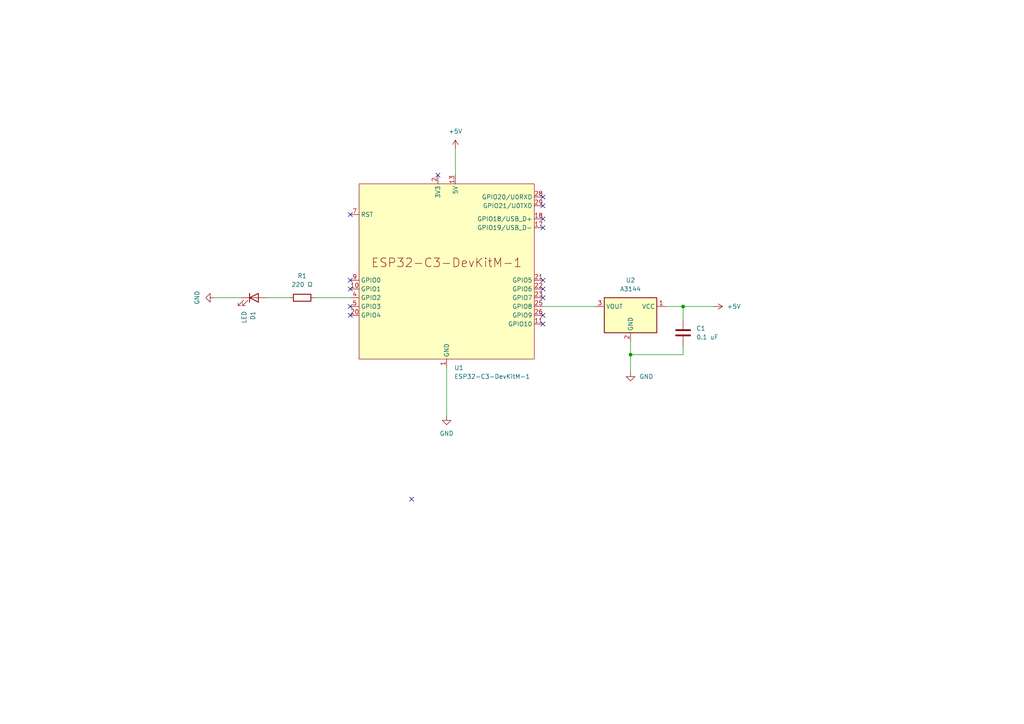
<source format=kicad_sch>
(kicad_sch (version 20230121) (generator eeschema)
  (paper "A4")
  (title_block (title "hall_sensor.rs") (date "2024-02-18") (rev "00") (comment 1 "single hall effect sensor with separately controlled LED"))
  (lib_symbols
    (symbol "Device:C" (pin_numbers hide) (pin_names (offset 0.254))
      (property "Reference" "C" (at 0.635 2.54 0))
      (property "Value" "C" (at 0.635 -2.54 0))
      (symbol "C_0_1"
        (polyline (pts (xy -2.032 -0.762) (xy 2.032 -0.762)) (stroke (width 0.508)))
        (polyline (pts (xy -2.032 0.762) (xy 2.032 0.762)) (stroke (width 0.508)))
      )
      (symbol "C_1_1"
        (pin passive line (at 0 3.81 270) (length 2.794) (name "~") (number "1"))
        (pin passive line (at 0 -3.81 90) (length 2.794) (name "~") (number "2"))
      )
    )
    (symbol "Device:LED" (pin_numbers hide) (pin_names (offset 1.016) hide)
      (property "Reference" "D" (at 0 2.54 0))
      (property "Value" "LED" (at 0 -2.54 0))
      (symbol "LED_0_1"
        (polyline (pts (xy -1.27 -1.27) (xy -1.27 1.27)) (stroke (width 0.254)))
        (polyline (pts (xy -1.27 0) (xy 1.27 0)))
        (polyline (pts (xy 1.27 -1.27) (xy 1.27 1.27) (xy -1.27 0) (xy 1.27 -1.27)) (stroke (width 0.254)))
        (polyline (pts (xy -3.048 -0.762) (xy -4.572 -2.286) (xy -3.81 -2.286) (xy -4.572 -2.286) (xy -4.572 -1.524)))
        (polyline (pts (xy -1.778 -0.762) (xy -3.302 -2.286) (xy -2.54 -2.286) (xy -3.302 -2.286) (xy -3.302 -1.524)))
      )
      (symbol "LED_1_1"
        (pin passive line (at -3.81 0 0) (length 2.54) (name "K") (number "1"))
        (pin passive line (at 3.81 0 180) (length 2.54) (name "A") (number "2"))
      )
    )
    (symbol "Device:R" (pin_numbers hide) (pin_names (offset 0))
      (property "Reference" "R" (at 2.032 0 90))
      (property "Value" "R" (at 0 0 90))
      (symbol "R_0_1"
        (rectangle (start -1.016 -2.54) (end 1.016 2.54) (stroke (width 0.254)))
      )
      (symbol "R_1_1"
        (pin passive line (at 0 3.81 270) (length 1.27) (name "~") (number "1"))
        (pin passive line (at 0 -3.81 90) (length 1.27) (name "~") (number "2"))
      )
    )
    (symbol "PCM_Espressif:ESP32-C3-DevKitM-1"
      (property "Reference" "U" (at -25.4 30.48 0))
      (property "Value" "ESP32-C3-DevKitM-1" (at -25.4 27.94 0))
      (symbol "ESP32-C3-DevKitM-1_0_1"
        (rectangle (start -25.4 25.4) (end 25.4 -25.4) (fill (type background)))
      )
      (symbol "ESP32-C3-DevKitM-1_1_0"
        (text "ESP32-C3-DevKitM-1" (at 0 2.54 0) (effects (font (size 2.54 2.54))))
      )
      (symbol "ESP32-C3-DevKitM-1_1_1"
        (pin passive line (at 0 -27.94 90) (length 2.54) (name "GND") (number "1"))
        (pin bidirectional line (at -27.94 -5.08 0) (length 2.54) (name "GPIO1") (number "10"))
        (pin bidirectional line (at 27.94 -15.24 180) (length 2.54) (name "GPIO10") (number "11"))
        (pin passive line (at 0 -27.94 90) (length 2.54) hide (name "GND") (number "12"))
        (pin power_in line (at 2.54 27.94 270) (length 2.54) (name "5V") (number "13"))
        (pin power_in line (at 2.54 27.94 270) (length 2.54) hide (name "5V") (number "14"))
        (pin passive line (at 0 -27.94 90) (length 2.54) hide (name "GND") (number "15"))
        (pin passive line (at 0 -27.94 90) (length 2.54) hide (name "GND") (number "16"))
        (pin bidirectional line (at 27.94 12.7 180) (length 2.54) (name "GPIO19/USB_D-") (number "17"))
        (pin bidirectional line (at 27.94 15.24 180) (length 2.54) (name "GPIO18/USB_D+") (number "18"))
        (pin passive line (at 0 -27.94 90) (length 2.54) hide (name "GND") (number "19"))
        (pin power_in line (at -2.54 27.94 270) (length 2.54) (name "3V3") (number "2"))
        (pin bidirectional line (at -27.94 -12.7 0) (length 2.54) (name "GPIO4") (number "20"))
        (pin bidirectional line (at 27.94 -2.54 180) (length 2.54) (name "GPIO5") (number "21"))
        (pin bidirectional line (at 27.94 -5.08 180) (length 2.54) (name "GPIO6") (number "22"))
        (pin bidirectional line (at 27.94 -7.62 180) (length 2.54) (name "GPIO7") (number "23"))
        (pin passive line (at 0 -27.94 90) (length 2.54) hide (name "GND") (number "24"))
        (pin bidirectional line (at 27.94 -10.16 180) (length 2.54) (name "GPIO8") (number "25"))
        (pin bidirectional line (at 27.94 -12.7 180) (length 2.54) (name "GPIO9") (number "26"))
        (pin passive line (at 0 -27.94 90) (length 2.54) hide (name "GND") (number "27"))
        (pin bidirectional line (at 27.94 21.59 180) (length 2.54) (name "GPIO20/U0RXD") (number "28"))
        (pin bidirectional line (at 27.94 19.05 180) (length 2.54) (name "GPIO21/U0TXD") (number "29"))
        (pin power_in line (at -2.54 27.94 270) (length 2.54) hide (name "3V3") (number "3"))
        (pin passive line (at 0 -27.94 90) (length 2.54) hide (name "GND") (number "30"))
        (pin bidirectional line (at -27.94 -7.62 0) (length 2.54) (name "GPIO2") (number "4"))
        (pin bidirectional line (at -27.94 -10.16 0) (length 2.54) (name "GPIO3") (number "5"))
        (pin passive line (at 0 -27.94 90) (length 2.54) hide (name "GND") (number "6"))
        (pin output line (at -27.94 16.51 0) (length 2.54) (name "RST") (number "7"))
        (pin passive line (at 0 -27.94 90) (length 2.54) hide (name "GND") (number "8"))
        (pin bidirectional line (at -27.94 -2.54 0) (length 2.54) (name "GPIO0") (number "9"))
      )
    )
    (symbol "custom_symbols:A3144"
      (property "Reference" "U" (at 0 11.43 0))
      (property "Value" "A3144" (at 0 8.89 0))
      (symbol "A3144_0_1"
        (rectangle (start -5.08 7.62) (end 5.08 -7.62) (stroke (width 0.254)) (fill (type background)))
      )
      (symbol "A3144_1_1"
        (pin power_in line (at -2.54 10.16 270) (length 2.54) (name "VCC") (number "1"))
        (pin power_in line (at 7.62 0 180) (length 2.54) (name "GND") (number "2"))
        (pin open_collector line (at -2.54 -10.16 90) (length 2.54) (name "VOUT") (number "3"))
      )
    )
    (symbol "power:+5V" (power) (pin_names (offset 0))
      (property "Value" "+5V" (at 0 3.556 0))
      (symbol "+5V_0_1"
        (polyline (pts (xy -0.762 1.27) (xy 0 2.54)))
        (polyline (pts (xy 0 0) (xy 0 2.54)))
        (polyline (pts (xy 0 2.54) (xy 0.762 1.27)))
      )
      (symbol "+5V_1_1"
        (pin power_in line (at 0 0 90) (length 0) hide (name "+5V") (number "1"))
      )
    )
    (symbol "power:GND" (power) (pin_names (offset 0))
      (property "Value" "GND" (at 0 -3.81 0))
      (symbol "GND_0_1"
        (polyline (pts (xy 0 0) (xy 0 -1.27) (xy 1.27 -1.27) (xy 0 -2.54) (xy -1.27 -1.27) (xy 0 -1.27)))
      )
      (symbol "GND_1_1"
        (pin power_in line (at 0 0 270) (length 0) hide (name "GND") (number "1"))
      )
    )
  )
  (junction (at 182.88 102.87))
  (junction (at 198.12 88.9))
  (no_connect (at 127 50.8))
  (no_connect (at 157.48 57.15))
  (no_connect (at 157.48 63.5))
  (no_connect (at 101.6 91.44))
  (no_connect (at 119.38 144.78))
  (no_connect (at 101.6 81.28))
  (no_connect (at 157.48 93.98))
  (no_connect (at 101.6 62.23))
  (no_connect (at 157.48 83.82))
  (no_connect (at 101.6 88.9))
  (no_connect (at 101.6 83.82))
  (no_connect (at 157.48 59.69))
  (no_connect (at 157.48 66.04))
  (no_connect (at 157.48 86.36))
  (no_connect (at 157.48 91.44))
  (no_connect (at 157.48 81.28))
  (wire (pts (xy 182.88 99.06) (xy 182.88 102.87)))
  (wire (pts (xy 129.54 106.68) (xy 129.54 120.65)))
  (wire (pts (xy 198.12 102.87) (xy 198.12 100.33)))
  (wire (pts (xy 83.82 86.36) (xy 77.47 86.36)))
  (wire (pts (xy 193.04 88.9) (xy 198.12 88.9)))
  (wire (pts (xy 182.88 102.87) (xy 198.12 102.87)))
  (wire (pts (xy 62.23 86.36) (xy 69.85 86.36)))
  (wire (pts (xy 132.08 43.18) (xy 132.08 50.8)))
  (wire (pts (xy 157.48 88.9) (xy 172.72 88.9)))
  (wire (pts (xy 182.88 102.87) (xy 182.88 107.95)))
  (wire (pts (xy 101.6 86.36) (xy 91.44 86.36)))
  (wire (pts (xy 198.12 88.9) (xy 198.12 92.71)))
  (wire (pts (xy 198.12 88.9) (xy 207.01 88.9)))
  (symbol (lib_id "Device:C") (at 198.12 96.52 0) (unit 1)
    (property "Reference" "C1" (at 201.93 95.25 0) (effects (justify left)))
    (property "Value" "0.1 uF" (at 201.93 97.79 0) (effects (justify left)))
  )
  (symbol (lib_id "power:GND") (at 129.54 120.65 0) (unit 1)
    (property "Reference" "#PWR01" (effects hide))
    (property "Value" "GND" (at 129.54 125.73 0))
  )
  (symbol (lib_id "power:GND") (at 62.23 86.36 270) (unit 1)
    (property "Reference" "#PWR02" (effects hide))
    (property "Value" "GND" (at 57.15 86.36 0))
  )
  (symbol (lib_id "custom_symbols:A3144") (at 182.88 91.44 270) (unit 1)
    (property "Reference" "U2" (at 182.88 81.28 90))
    (property "Value" "A3144" (at 182.88 83.82 90))
    (property "Footprint" "Package_TO_SOT_THT:TO-92Flat" (effects hide))
    (property "Datasheet" "https://components101.com/sites/default/files/component_datasheet/A3144%20Hall%20effect%20Sensor.pdf" (effects hide))
  )
  (symbol (lib_id "power:+5V") (at 132.08 43.18 0) (unit 1)
    (property "Reference" "#PWR03" (effects hide))
    (property "Value" "+5V" (at 132.08 38.1 0))
  )
  (symbol (lib_id "Device:R") (at 87.63 86.36 270) (unit 1)
    (property "Reference" "R1" (at 87.63 80.01 90))
    (property "Value" "220 Ω" (at 87.63 82.55 90))
  )
  (symbol (lib_id "power:+5V") (at 207.01 88.9 270) (unit 1)
    (property "Reference" "#PWR04" (effects hide))
    (property "Value" "+5V" (at 210.82 88.9 90) (effects (justify left)))
  )
  (symbol (lib_id "power:GND") (at 182.88 107.95 0) (unit 1)
    (property "Reference" "#PWR05" (effects hide))
    (property "Value" "GND" (at 185.42 109.22 0) (effects (justify left)))
  )
  (symbol (lib_id "Device:LED") (at 73.66 86.36 0) (unit 1)
    (property "Reference" "D1" (at 73.3425 90.17 90) (effects (justify right)))
    (property "Value" "LED" (at 70.8025 90.17 90) (effects (justify right)))
  )
  (symbol (lib_id "PCM_Espressif:ESP32-C3-DevKitM-1") (at 129.54 78.74 0) (unit 1)
    (property "Reference" "U1" (at 131.7341 106.68 0) (effects (justify left)))
    (property "Value" "ESP32-C3-DevKitM-1" (at 131.7341 109.22 0) (effects (justify left)))
    (property "Footprint" "PCM_Espressif:ESP32-C3-DevKitM-1" (effects hide))
    (property "Datasheet" "https://www.espressif.com/sites/default/files/documentation/esp32-c3-mini-1_datasheet_en.pdf" (effects hide))
  )
)
</source>
